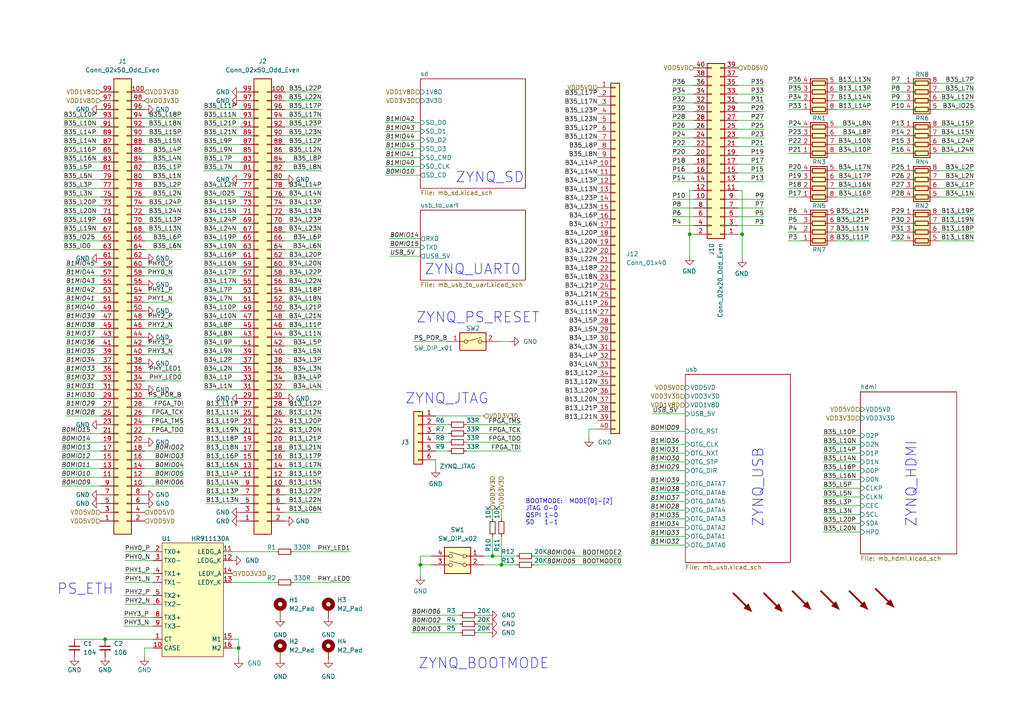
<source format=kicad_sch>
(kicad_sch (version 20211123) (generator eeschema)
  (paper "A4")
  (junction (at 30.48 185.42))
  (junction (at 142.875 161.29))
  (junction (at 145.415 163.83))
  (junction (at 215.265 67.945))
  (junction (at 200.025 67.945))
  (junction (at 69.215 187.96))
  (junction (at 121.92 163.83))
  (wire (pts (xy 142.875 161.29) (xy 149.86 161.29)))
  (wire (pts (xy 17.78 125.73) (xy 29.21 125.73)))
  (wire (pts (xy 188.595 125.095) (xy 198.755 125.095)))
  (wire (pts (xy 228.6 39.37) (xy 232.41 39.37)))
  (wire (pts (xy 113.03 71.755) (xy 121.92 71.755)))
  (wire (pts (xy 69.85 74.93) (xy 59.055 74.93)))
  (wire (pts (xy 258.445 57.15) (xy 262.255 57.15)))
  (wire (pts (xy 221.615 57.785) (xy 213.995 57.785)))
  (wire (pts (xy 29.21 62.23) (xy 18.415 62.23)))
  (wire (pts (xy 142.875 147.955) (xy 142.875 150.495)))
  (wire (pts (xy 126.365 123.19) (xy 130.175 123.19)))
  (wire (pts (xy 67.31 185.42) (xy 69.215 185.42)))
  (wire (pts (xy 238.76 151.765) (xy 249.555 151.765)))
  (wire (pts (xy 44.45 172.72) (xy 36.195 172.72)))
  (wire (pts (xy 41.91 123.19) (xy 53.34 123.19)))
  (wire (pts (xy 189.23 120.015) (xy 198.755 120.015)))
  (wire (pts (xy 135.255 125.73) (xy 151.13 125.73)))
  (wire (pts (xy 41.91 72.39) (xy 52.705 72.39)))
  (wire (pts (xy 44.45 175.26) (xy 36.195 175.26)))
  (wire (pts (xy 69.85 140.97) (xy 59.69 140.97)))
  (wire (pts (xy 194.945 62.865) (xy 201.295 62.865)))
  (wire (pts (xy 44.45 166.37) (xy 36.195 166.37)))
  (wire (pts (xy 228.6 29.21) (xy 232.41 29.21)))
  (wire (pts (xy 252.73 52.07) (xy 242.57 52.07)))
  (wire (pts (xy 198.755 155.575) (xy 188.595 155.575)))
  (wire (pts (xy 194.945 32.385) (xy 201.295 32.385)))
  (wire (pts (xy 111.76 50.8) (xy 121.92 50.8)))
  (wire (pts (xy 194.945 37.465) (xy 201.295 37.465)))
  (wire (pts (xy 82.55 46.99) (xy 93.345 46.99)))
  (wire (pts (xy 17.78 130.81) (xy 29.21 130.81)))
  (wire (pts (xy 59.69 125.73) (xy 69.85 125.73)))
  (wire (pts (xy 82.55 140.97) (xy 93.345 140.97)))
  (wire (pts (xy 249.555 131.445) (xy 238.76 131.445)))
  (wire (pts (xy 41.91 125.73) (xy 53.34 125.73)))
  (wire (pts (xy 121.92 163.83) (xy 121.92 167.005)))
  (wire (pts (xy 59.69 120.65) (xy 69.85 120.65)))
  (wire (pts (xy 258.445 54.61) (xy 262.255 54.61)))
  (wire (pts (xy 29.21 49.53) (xy 18.415 49.53)))
  (wire (pts (xy 252.73 31.75) (xy 242.57 31.75)))
  (wire (pts (xy 221.615 47.625) (xy 213.995 47.625)))
  (wire (pts (xy 69.85 128.27) (xy 59.69 128.27)))
  (wire (pts (xy 113.03 74.295) (xy 121.92 74.295)))
  (wire (pts (xy 252.73 57.15) (xy 242.57 57.15)))
  (wire (pts (xy 82.55 80.01) (xy 93.345 80.01)))
  (wire (pts (xy 44.45 160.02) (xy 36.195 160.02)))
  (wire (pts (xy 69.85 34.29) (xy 59.055 34.29)))
  (wire (pts (xy 67.31 187.96) (xy 69.215 187.96)))
  (wire (pts (xy 228.6 24.13) (xy 232.41 24.13)))
  (wire (pts (xy 282.575 39.37) (xy 272.415 39.37)))
  (wire (pts (xy 29.21 120.65) (xy 19.05 120.65)))
  (wire (pts (xy 258.445 52.07) (xy 262.255 52.07)))
  (wire (pts (xy 82.55 92.71) (xy 93.345 92.71)))
  (wire (pts (xy 69.215 187.96) (xy 69.215 191.135)))
  (wire (pts (xy 69.85 90.17) (xy 59.055 90.17)))
  (wire (pts (xy 69.85 97.79) (xy 59.055 97.79)))
  (wire (pts (xy 228.6 44.45) (xy 232.41 44.45)))
  (wire (pts (xy 69.85 77.47) (xy 59.055 77.47)))
  (wire (pts (xy 221.615 45.085) (xy 213.995 45.085)))
  (wire (pts (xy 221.615 60.325) (xy 213.995 60.325)))
  (wire (pts (xy 282.575 69.85) (xy 272.415 69.85)))
  (wire (pts (xy 69.85 69.85) (xy 59.055 69.85)))
  (wire (pts (xy 41.91 49.53) (xy 52.705 49.53)))
  (wire (pts (xy 29.21 44.45) (xy 18.415 44.45)))
  (wire (pts (xy 249.555 144.145) (xy 238.76 144.145)))
  (wire (pts (xy 228.6 62.23) (xy 232.41 62.23)))
  (wire (pts (xy 41.91 54.61) (xy 52.705 54.61)))
  (wire (pts (xy 258.445 41.91) (xy 262.255 41.91)))
  (wire (pts (xy 69.85 100.33) (xy 59.055 100.33)))
  (wire (pts (xy 198.755 133.985) (xy 188.595 133.985)))
  (wire (pts (xy 41.91 95.25) (xy 50.165 95.25)))
  (wire (pts (xy 29.21 110.49) (xy 19.05 110.49)))
  (wire (pts (xy 119.38 180.975) (xy 133.35 180.975)))
  (wire (pts (xy 69.85 110.49) (xy 59.055 110.49)))
  (wire (pts (xy 111.76 45.72) (xy 121.92 45.72)))
  (wire (pts (xy 228.6 26.67) (xy 232.41 26.67)))
  (wire (pts (xy 119.38 183.515) (xy 133.35 183.515)))
  (wire (pts (xy 111.76 38.1) (xy 121.92 38.1)))
  (wire (pts (xy 228.6 54.61) (xy 232.41 54.61)))
  (wire (pts (xy 221.615 32.385) (xy 213.995 32.385)))
  (wire (pts (xy 69.85 85.09) (xy 59.055 85.09)))
  (wire (pts (xy 21.59 185.42) (xy 30.48 185.42)))
  (wire (pts (xy 82.55 29.21) (xy 93.345 29.21)))
  (wire (pts (xy 41.91 110.49) (xy 52.705 110.49)))
  (wire (pts (xy 215.265 74.93) (xy 215.265 67.945)))
  (wire (pts (xy 282.575 49.53) (xy 272.415 49.53)))
  (wire (pts (xy 221.615 37.465) (xy 213.995 37.465)))
  (wire (pts (xy 249.555 141.605) (xy 238.76 141.605)))
  (wire (pts (xy 29.21 54.61) (xy 18.415 54.61)))
  (wire (pts (xy 282.575 26.67) (xy 272.415 26.67)))
  (wire (pts (xy 69.85 143.51) (xy 59.69 143.51)))
  (wire (pts (xy 221.615 40.005) (xy 213.995 40.005)))
  (wire (pts (xy 82.55 110.49) (xy 93.345 110.49)))
  (wire (pts (xy 138.43 180.975) (xy 141.605 180.975)))
  (wire (pts (xy 126.365 130.81) (xy 130.175 130.81)))
  (wire (pts (xy 29.21 52.07) (xy 18.415 52.07)))
  (wire (pts (xy 35.903 179.07) (xy 44.45 179.07)))
  (wire (pts (xy 252.73 41.91) (xy 242.57 41.91)))
  (wire (pts (xy 126.365 125.73) (xy 130.175 125.73)))
  (wire (pts (xy 126.365 120.65) (xy 140.335 120.65)))
  (wire (pts (xy 35.903 181.61) (xy 44.45 181.61)))
  (wire (pts (xy 41.91 34.29) (xy 52.705 34.29)))
  (wire (pts (xy 82.55 67.31) (xy 93.345 67.31)))
  (wire (pts (xy 69.85 31.75) (xy 59.055 31.75)))
  (wire (pts (xy 258.445 39.37) (xy 262.255 39.37)))
  (wire (pts (xy 41.91 36.83) (xy 52.705 36.83)))
  (wire (pts (xy 82.55 82.55) (xy 93.345 82.55)))
  (wire (pts (xy 282.575 31.75) (xy 272.415 31.75)))
  (wire (pts (xy 198.755 147.955) (xy 188.595 147.955)))
  (wire (pts (xy 258.445 62.23) (xy 262.255 62.23)))
  (wire (pts (xy 145.415 147.955) (xy 145.415 150.495)))
  (wire (pts (xy 249.555 128.905) (xy 238.76 128.905)))
  (wire (pts (xy 252.73 54.61) (xy 242.57 54.61)))
  (wire (pts (xy 69.85 107.95) (xy 59.055 107.95)))
  (wire (pts (xy 82.55 39.37) (xy 93.345 39.37)))
  (wire (pts (xy 194.945 47.625) (xy 201.295 47.625)))
  (wire (pts (xy 252.73 36.83) (xy 242.57 36.83)))
  (wire (pts (xy 29.21 82.55) (xy 19.05 82.55)))
  (wire (pts (xy 53.34 140.97) (xy 41.91 140.97)))
  (wire (pts (xy 41.91 69.85) (xy 52.705 69.85)))
  (wire (pts (xy 69.85 62.23) (xy 59.055 62.23)))
  (wire (pts (xy 69.85 118.11) (xy 59.69 118.11)))
  (wire (pts (xy 215.265 67.945) (xy 213.995 67.945)))
  (wire (pts (xy 282.575 24.13) (xy 272.415 24.13)))
  (wire (pts (xy 194.945 34.925) (xy 201.295 34.925)))
  (wire (pts (xy 53.34 135.89) (xy 41.91 135.89)))
  (wire (pts (xy 258.445 24.13) (xy 262.255 24.13)))
  (wire (pts (xy 221.615 42.545) (xy 213.995 42.545)))
  (wire (pts (xy 282.575 29.21) (xy 272.415 29.21)))
  (wire (pts (xy 228.6 52.07) (xy 232.41 52.07)))
  (wire (pts (xy 145.415 163.83) (xy 149.86 163.83)))
  (wire (pts (xy 252.095 67.31) (xy 242.57 67.31)))
  (wire (pts (xy 249.555 133.985) (xy 238.76 133.985)))
  (wire (pts (xy 41.91 62.23) (xy 52.705 62.23)))
  (wire (pts (xy 258.445 36.83) (xy 262.255 36.83)))
  (wire (pts (xy 249.555 136.525) (xy 238.76 136.525)))
  (wire (pts (xy 258.445 49.53) (xy 262.255 49.53)))
  (wire (pts (xy 198.755 158.115) (xy 188.595 158.115)))
  (wire (pts (xy 228.6 49.53) (xy 232.41 49.53)))
  (wire (pts (xy 44.45 162.56) (xy 36.195 162.56)))
  (wire (pts (xy 17.78 140.97) (xy 29.21 140.97)))
  (wire (pts (xy 29.21 85.09) (xy 19.05 85.09)))
  (wire (pts (xy 41.91 102.87) (xy 50.165 102.87)))
  (wire (pts (xy 29.21 92.71) (xy 19.05 92.71)))
  (wire (pts (xy 252.73 44.45) (xy 242.57 44.45)))
  (wire (pts (xy 201.295 57.785) (xy 194.945 57.785)))
  (wire (pts (xy 82.55 49.53) (xy 93.345 49.53)))
  (wire (pts (xy 53.34 138.43) (xy 41.91 138.43)))
  (wire (pts (xy 198.755 145.415) (xy 188.595 145.415)))
  (wire (pts (xy 59.055 57.15) (xy 69.85 57.15)))
  (wire (pts (xy 252.095 62.23) (xy 242.57 62.23)))
  (wire (pts (xy 282.575 57.15) (xy 272.415 57.15)))
  (wire (pts (xy 69.85 95.25) (xy 59.055 95.25)))
  (wire (pts (xy 29.21 64.77) (xy 18.415 64.77)))
  (wire (pts (xy 85.09 160.02) (xy 101.6 160.02)))
  (wire (pts (xy 82.55 41.91) (xy 93.345 41.91)))
  (wire (pts (xy 200.025 67.945) (xy 201.295 67.945)))
  (wire (pts (xy 138.43 183.515) (xy 141.605 183.515)))
  (wire (pts (xy 140.335 161.29) (xy 142.875 161.29)))
  (wire (pts (xy 228.6 41.91) (xy 232.41 41.91)))
  (wire (pts (xy 198.755 136.525) (xy 188.595 136.525)))
  (wire (pts (xy 82.55 105.41) (xy 93.345 105.41)))
  (wire (pts (xy 282.575 52.07) (xy 272.415 52.07)))
  (wire (pts (xy 53.34 133.35) (xy 41.91 133.35)))
  (wire (pts (xy 120.015 99.06) (xy 129.54 99.06)))
  (wire (pts (xy 41.91 46.99) (xy 52.705 46.99)))
  (wire (pts (xy 41.91 85.09) (xy 50.165 85.09)))
  (wire (pts (xy 82.55 133.35) (xy 93.345 133.35)))
  (wire (pts (xy 17.78 133.35) (xy 29.21 133.35)))
  (wire (pts (xy 82.55 146.05) (xy 93.345 146.05)))
  (wire (pts (xy 82.55 64.77) (xy 93.345 64.77)))
  (wire (pts (xy 29.21 87.63) (xy 19.05 87.63)))
  (wire (pts (xy 221.615 34.925) (xy 213.995 34.925)))
  (wire (pts (xy 221.615 29.845) (xy 213.995 29.845)))
  (wire (pts (xy 82.55 135.89) (xy 93.345 135.89)))
  (wire (pts (xy 82.55 97.79) (xy 93.345 97.79)))
  (wire (pts (xy 69.85 138.43) (xy 59.69 138.43)))
  (wire (pts (xy 29.21 113.03) (xy 19.05 113.03)))
  (wire (pts (xy 282.575 36.83) (xy 272.415 36.83)))
  (wire (pts (xy 201.295 55.245) (xy 200.025 55.245)))
  (wire (pts (xy 221.615 62.865) (xy 213.995 62.865)))
  (wire (pts (xy 252.095 69.85) (xy 242.57 69.85)))
  (wire (pts (xy 258.445 64.77) (xy 262.255 64.77)))
  (wire (pts (xy 221.615 52.705) (xy 213.995 52.705)))
  (wire (pts (xy 249.555 126.365) (xy 238.76 126.365)))
  (wire (pts (xy 69.85 87.63) (xy 59.055 87.63)))
  (wire (pts (xy 69.85 46.99) (xy 59.055 46.99)))
  (wire (pts (xy 17.78 128.27) (xy 29.21 128.27)))
  (wire (pts (xy 121.92 161.29) (xy 121.92 163.83)))
  (wire (pts (xy 82.55 74.93) (xy 93.345 74.93)))
  (wire (pts (xy 29.21 90.17) (xy 19.05 90.17)))
  (wire (pts (xy 170.815 124.46) (xy 170.815 127)))
  (wire (pts (xy 29.21 39.37) (xy 18.415 39.37)))
  (wire (pts (xy 82.55 138.43) (xy 93.345 138.43)))
  (wire (pts (xy 29.21 105.41) (xy 19.05 105.41)))
  (wire (pts (xy 82.55 36.83) (xy 93.345 36.83)))
  (wire (pts (xy 59.055 54.61) (xy 69.85 54.61)))
  (wire (pts (xy 126.365 133.35) (xy 126.365 135.89)))
  (wire (pts (xy 82.55 95.25) (xy 93.345 95.25)))
  (wire (pts (xy 69.85 80.01) (xy 59.055 80.01)))
  (wire (pts (xy 221.615 27.305) (xy 213.995 27.305)))
  (wire (pts (xy 29.21 97.79) (xy 19.05 97.79)))
  (wire (pts (xy 69.85 102.87) (xy 59.055 102.87)))
  (wire (pts (xy 82.55 148.59) (xy 93.345 148.59)))
  (wire (pts (xy 200.025 67.945) (xy 200.025 74.295)))
  (wire (pts (xy 41.91 52.07) (xy 52.705 52.07)))
  (wire (pts (xy 82.55 113.03) (xy 93.345 113.03)))
  (wire (pts (xy 69.85 64.77) (xy 59.055 64.77)))
  (wire (pts (xy 69.85 49.53) (xy 59.055 49.53)))
  (wire (pts (xy 252.73 49.53) (xy 242.57 49.53)))
  (wire (pts (xy 282.575 54.61) (xy 272.415 54.61)))
  (wire (pts (xy 221.615 65.405) (xy 213.995 65.405)))
  (wire (pts (xy 258.445 44.45) (xy 262.255 44.45)))
  (wire (pts (xy 69.85 59.69) (xy 59.055 59.69)))
  (wire (pts (xy 29.21 102.87) (xy 19.05 102.87)))
  (wire (pts (xy 228.6 64.77) (xy 232.41 64.77)))
  (wire (pts (xy 29.21 118.11) (xy 19.05 118.11)))
  (wire (pts (xy 41.91 77.47) (xy 50.165 77.47)))
  (wire (pts (xy 252.73 29.21) (xy 242.57 29.21)))
  (wire (pts (xy 17.78 138.43) (xy 29.21 138.43)))
  (wire (pts (xy 194.945 42.545) (xy 201.295 42.545)))
  (wire (pts (xy 238.76 146.685) (xy 249.555 146.685)))
  (wire (pts (xy 69.85 146.05) (xy 59.69 146.05)))
  (wire (pts (xy 29.21 46.99) (xy 18.415 46.99)))
  (wire (pts (xy 69.85 113.03) (xy 59.055 113.03)))
  (wire (pts (xy 69.215 185.42) (xy 69.215 187.96)))
  (wire (pts (xy 215.265 55.245) (xy 213.995 55.245)))
  (wire (pts (xy 69.85 92.71) (xy 59.055 92.71)))
  (wire (pts (xy 228.6 36.83) (xy 232.41 36.83)))
  (wire (pts (xy 69.85 82.55) (xy 59.055 82.55)))
  (wire (pts (xy 41.91 118.11) (xy 53.34 118.11)))
  (wire (pts (xy 144.78 99.06) (xy 147.955 99.06)))
  (wire (pts (xy 69.85 67.31) (xy 59.055 67.31)))
  (wire (pts (xy 82.55 34.29) (xy 93.345 34.29)))
  (wire (pts (xy 41.91 115.57) (xy 52.705 115.57)))
  (wire (pts (xy 17.78 135.89) (xy 29.21 135.89)))
  (wire (pts (xy 238.76 149.225) (xy 249.555 149.225)))
  (wire (pts (xy 282.575 62.23) (xy 272.415 62.23)))
  (wire (pts (xy 41.91 57.15) (xy 52.705 57.15)))
  (wire (pts (xy 145.415 155.575) (xy 145.415 163.83)))
  (wire (pts (xy 111.76 48.26) (xy 121.92 48.26)))
  (wire (pts (xy 282.575 44.45) (xy 272.415 44.45)))
  (wire (pts (xy 44.45 168.91) (xy 36.195 168.91)))
  (wire (pts (xy 53.34 130.81) (xy 41.91 130.81)))
  (wire (pts (xy 142.875 155.575) (xy 142.875 161.29)))
  (wire (pts (xy 135.255 128.27) (xy 151.13 128.27)))
  (wire (pts (xy 135.255 123.19) (xy 151.13 123.19)))
  (wire (pts (xy 82.55 77.47) (xy 93.345 77.47)))
  (wire (pts (xy 154.94 163.83) (xy 180.34 163.83)))
  (wire (pts (xy 29.21 57.15) (xy 18.415 57.15)))
  (wire (pts (xy 194.945 40.005) (xy 201.295 40.005)))
  (wire (pts (xy 82.55 125.73) (xy 93.345 125.73)))
  (wire (pts (xy 194.945 29.845) (xy 201.295 29.845)))
  (wire (pts (xy 194.945 24.765) (xy 201.295 24.765)))
  (wire (pts (xy 41.91 44.45) (xy 52.705 44.45)))
  (wire (pts (xy 194.945 27.305) (xy 201.295 27.305)))
  (wire (pts (xy 198.755 128.905) (xy 188.595 128.905)))
  (wire (pts (xy 198.755 150.495) (xy 188.595 150.495)))
  (wire (pts (xy 69.85 44.45) (xy 59.055 44.45)))
  (wire (pts (xy 85.09 168.91) (xy 101.6 168.91)))
  (wire (pts (xy 82.55 62.23) (xy 93.345 62.23)))
  (wire (pts (xy 252.095 64.77) (xy 242.57 64.77)))
  (wire (pts (xy 82.55 44.45) (xy 93.345 44.45)))
  (wire (pts (xy 213.995 24.765) (xy 221.615 24.765)))
  (wire (pts (xy 41.91 107.95) (xy 52.705 107.95)))
  (wire (pts (xy 282.575 67.31) (xy 272.415 67.31)))
  (wire (pts (xy 69.85 36.83) (xy 59.055 36.83)))
  (wire (pts (xy 41.91 39.37) (xy 52.705 39.37)))
  (wire (pts (xy 113.03 69.215) (xy 121.92 69.215)))
  (wire (pts (xy 29.21 95.25) (xy 19.05 95.25)))
  (wire (pts (xy 258.445 67.31) (xy 262.255 67.31)))
  (wire (pts (xy 215.265 55.245) (xy 215.265 67.945)))
  (wire (pts (xy 119.38 178.435) (xy 133.35 178.435)))
  (wire (pts (xy 29.21 67.31) (xy 18.415 67.31)))
  (wire (pts (xy 140.335 163.83) (xy 145.415 163.83)))
  (wire (pts (xy 69.85 41.91) (xy 59.055 41.91)))
  (wire (pts (xy 198.755 131.445) (xy 188.595 131.445)))
  (wire (pts (xy 282.575 41.91) (xy 272.415 41.91)))
  (wire (pts (xy 41.91 87.63) (xy 50.165 87.63)))
  (wire (pts (xy 44.45 187.96) (xy 41.91 187.96)))
  (wire (pts (xy 82.55 72.39) (xy 93.345 72.39)))
  (wire (pts (xy 69.85 123.19) (xy 59.69 123.19)))
  (wire (pts (xy 41.91 64.77) (xy 52.705 64.77)))
  (wire (pts (xy 121.92 163.83) (xy 125.095 163.83)))
  (wire (pts (xy 194.945 52.705) (xy 201.295 52.705)))
  (wire (pts (xy 111.76 40.64) (xy 121.92 40.64)))
  (wire (pts (xy 135.255 130.81) (xy 151.13 130.81)))
  (wire (pts (xy 69.85 39.37) (xy 59.055 39.37)))
  (wire (pts (xy 30.48 185.42) (xy 44.45 185.42)))
  (wire (pts (xy 82.55 100.33) (xy 93.345 100.33)))
  (wire (pts (xy 228.6 69.85) (xy 232.41 69.85)))
  (wire (pts (xy 194.945 65.405) (xy 201.295 65.405)))
  (wire (pts (xy 200.025 55.245) (xy 200.025 67.945)))
  (wire (pts (xy 125.095 161.29) (xy 121.92 161.29)))
  (wire (pts (xy 41.91 100.33) (xy 50.165 100.33)))
  (wire (pts (xy 194.945 60.325) (xy 201.295 60.325)))
  (wire (pts (xy 221.615 50.165) (xy 213.995 50.165)))
  (wire (pts (xy 198.755 140.335) (xy 188.595 140.335)))
  (wire (pts (xy 67.31 160.02) (xy 80.01 160.02)))
  (wire (pts (xy 82.55 85.09) (xy 93.345 85.09)))
  (wire (pts (xy 194.945 45.085) (xy 201.295 45.085)))
  (wire (pts (xy 69.85 72.39) (xy 59.055 72.39)))
  (wire (pts (xy 82.55 130.81) (xy 93.345 130.81)))
  (wire (pts (xy 41.91 67.31) (xy 52.705 67.31)))
  (wire (pts (xy 82.55 57.15) (xy 93.345 57.15)))
  (wire (pts (xy 126.365 128.27) (xy 130.175 128.27)))
  (wire (pts (xy 228.6 67.31) (xy 232.41 67.31)))
  (wire (pts (xy 228.6 57.15) (xy 232.41 57.15)))
  (wire (pts (xy 18.415 72.39) (xy 29.21 72.39)))
  (wire (pts (xy 198.755 153.035) (xy 188.595 153.035)))
  (wire (pts (xy 249.555 139.065) (xy 238.76 139.065)))
  (wire (pts (xy 82.55 107.95) (xy 93.345 107.95)))
  (wire (pts (xy 18.415 69.85) (xy 29.21 69.85)))
  (wire (pts (xy 82.55 69.85) (xy 93.345 69.85)))
  (wire (pts (xy 69.85 135.89) (xy 59.69 135.89)))
  (wire (pts (xy 69.85 130.81) (xy 59.69 130.81)))
  (wire (pts (xy 82.55 31.75) (xy 93.345 31.75)))
  (wire (pts (xy 82.55 87.63) (xy 93.345 87.63)))
  (wire (pts (xy 29.21 34.29) (xy 18.415 34.29)))
  (wire (pts (xy 41.91 92.71) (xy 50.165 92.71)))
  (wire (pts (xy 82.55 123.19) (xy 93.345 123.19)))
  (wire (pts (xy 173.355 124.46) (xy 170.815 124.46)))
  (wire (pts (xy 41.91 80.01) (xy 50.165 80.01)))
  (wire (pts (xy 82.55 26.67) (xy 93.345 26.67)))
  (wire (pts (xy 29.21 36.83) (xy 18.415 36.83)))
  (wire (pts (xy 258.445 69.85) (xy 262.255 69.85)))
  (wire (pts (xy 82.55 59.69) (xy 93.345 59.69)))
  (wire (pts (xy 29.21 115.57) (xy 19.05 115.57)))
  (wire (pts (xy 29.21 80.01) (xy 19.05 80.01)))
  (wire (pts (xy 29.21 59.69) (xy 18.415 59.69)))
  (wire (pts (xy 154.94 161.29) (xy 180.34 161.29)))
  (wire (pts (xy 41.91 120.65) (xy 53.34 120.65)))
  (wire (pts (xy 228.6 31.75) (xy 232.41 31.75)))
  (wire (pts (xy 238.76 154.305) (xy 249.555 154.305)))
  (wire (pts (xy 29.21 100.33) (xy 19.05 100.33)))
  (wire (pts (xy 69.85 133.35) (xy 59.69 133.35)))
  (wire (pts (xy 41.91 187.96) (xy 41.91 190.5)))
  (wire (pts (xy 82.55 54.61) (xy 93.345 54.61)))
  (wire (pts (xy 41.91 41.91) (xy 52.705 41.91)))
  (wire (pts (xy 111.76 35.56) (xy 121.92 35.56)))
  (wire (pts (xy 252.73 39.37) (xy 242.57 39.37)))
  (wire (pts (xy 29.21 41.91) (xy 18.415 41.91)))
  (wire (pts (xy 111.76 43.18) (xy 121.92 43.18)))
  (wire (pts (xy 82.55 118.11) (xy 93.345 118.11)))
  (wire (pts (xy 282.575 64.77) (xy 272.415 64.77)))
  (wire (pts (xy 67.31 168.91) (xy 80.01 168.91)))
  (wire (pts (xy 258.445 29.21) (xy 262.255 29.21)))
  (wire (pts (xy 29.21 77.47) (xy 19.05 77.47)))
  (wire (pts (xy 82.55 90.17) (xy 93.345 90.17)))
  (wire (pts (xy 82.55 128.27) (xy 93.345 128.27)))
  (wire (pts (xy 258.445 31.75) (xy 262.255 31.75)))
  (wire (pts (xy 41.91 59.69) (xy 52.705 59.69)))
  (wire (pts (xy 258.445 26.67) (xy 262.255 26.67)))
  (wire (pts (xy 194.945 50.165) (xy 201.295 50.165)))
  (wire (pts (xy 252.73 26.67) (xy 242.57 26.67)))
  (wire (pts (xy 69.85 105.41) (xy 59.055 105.41)))
  (wire (pts (xy 198.755 142.875) (xy 188.595 142.875)))
  (wire (pts (xy 82.55 102.87) (xy 93.345 102.87)))
  (wire (pts (xy 82.55 120.65) (xy 93.345 120.65)))
  (wire (pts (xy 82.55 143.51) (xy 93.345 143.51)))
  (wire (pts (xy 29.21 107.95) (xy 19.05 107.95)))
  (wire (pts (xy 252.73 24.13) (xy 242.57 24.13)))
  (wire (pts (xy 138.43 178.435) (xy 141.605 178.435)))
  (text "ZYNQ_USB\n" (at 221.615 153.035 90) (effects (font (size 3 3)) (justify left bottom)))
  (text "PS_ETH" (at 16.51 172.72 0) (effects (font (size 3 3)) (justify left bottom)))
  (text "ZYNQ_HDMI\n" (at 266.065 153.035 90) (effects (font (size 3 3)) (justify left bottom)))
  (text "ZYNQ_SD\n" (at 132.08 53.34 0) (effects (font (size 3 3)) (justify left bottom)))
  (text "ZYNQ_UART0\n" (at 151.13 80.01 180) (effects (font (size 3 3)) (justify right bottom)))
  (text "ZYNQ_PS_RESET\n" (at 120.65 93.98 0) (effects (font (size 3 3)) (justify left bottom)))
  (text "ZYNQ_BOOTMODE" (at 121.285 194.31 0) (effects (font (size 3 3)) (justify left bottom)))
  (text "BOOTMODE:  MODE[0]-[2]\nJTAG 0-0\nQSPI 1-0\nSD   1-1" (at 152.4 152.4 0) (effects (font (size 1.27 1.27)) (justify left bottom)))
  (text "ZYNQ_JTAG" (at 117.475 117.475 0) (effects (font (size 3 3)) (justify left bottom)))
  (label "B35_L10P" (at 18.415 34.29 0))
  (label "P18" (at 194.945 47.625 0))
  (label "B35_L12P" (at 173.355 38.1 180))
  (label "B35_L15N" (at 52.705 41.91 180))
  (label "B34_L5P" (at 93.345 100.33 180))
  (label "B1MIO31" (at 188.595 131.445 0) (effects (font italic)))
  (label "B34_L1P" (at 282.575 54.61 180))
  (label "BOOTMODE2" (at 180.34 161.29 180))
  (label "B34_L7P" (at 59.055 85.09 0))
  (label "B34_L1N" (at 282.575 57.15 180))
  (label "B35_L4P" (at 52.705 44.45 180))
  (label "B34_L19N" (at 59.055 72.39 0))
  (label "B35_L23P" (at 173.355 33.02 180))
  (label "B35_L7N" (at 59.055 49.53 0))
  (label "PHY3_N" (at 35.903 181.61 0))
  (label "B34_L18P" (at 93.345 85.09 180))
  (label "B13_L14N" (at 59.69 140.97 0))
  (label "B35_IO25" (at 18.415 69.85 0))
  (label "B13_L18P" (at 59.69 128.27 0))
  (label "B1MIO38" (at 19.05 95.25 0) (effects (font italic)))
  (label "P31" (at 221.615 29.845 180))
  (label "B34_L3P" (at 173.355 99.06 180))
  (label "P4" (at 228.6 67.31 0))
  (label "B34_L4N" (at 93.345 113.03 180))
  (label "B34_L2N" (at 282.575 52.07 180))
  (label "B35_L14P" (at 238.76 131.445 0))
  (label "B13_L20N" (at 173.355 116.84 180))
  (label "P14" (at 194.945 52.705 0))
  (label "B13_L12N" (at 173.355 111.76 180))
  (label "FPGA_TMS" (at 53.34 123.19 180))
  (label "B35_L20N" (at 18.415 62.23 0))
  (label "PS_POR_B" (at 52.705 115.57 180))
  (label "PHY1_N" (at 36.195 168.91 0))
  (label "PHY0_N" (at 50.165 80.01 180))
  (label "B34_L8N" (at 252.73 36.83 180))
  (label "B34_L16P" (at 252.73 57.15 180))
  (label "B34_L12N" (at 59.055 54.61 0))
  (label "B1MIO37" (at 19.05 97.79 0) (effects (font italic)))
  (label "P26" (at 194.945 37.465 0))
  (label "B34_L3P" (at 93.345 105.41 180))
  (label "B35_L1N" (at 52.705 52.07 180))
  (label "B1MIO28" (at 19.05 120.65 0) (effects (font italic)))
  (label "B34_L16N" (at 252.73 54.61 180))
  (label "B34_L22N" (at 93.345 82.55 180))
  (label "B13_L20N" (at 93.345 125.73 180))
  (label "B34_L20P" (at 173.355 68.58 180))
  (label "PHY_LED0" (at 52.705 110.49 180))
  (label "B34_L4P" (at 173.355 104.14 180))
  (label "FPGA_TMS" (at 151.13 123.19 180))
  (label "B34_L8P" (at 252.73 39.37 180))
  (label "B13_L11N" (at 59.69 120.65 0))
  (label "B34_L13N" (at 173.355 55.88 180))
  (label "B1MIO45" (at 111.76 43.18 0) (effects (font italic)))
  (label "B0MIO12" (at 17.78 133.35 0) (effects (font italic)))
  (label "B1MIO40" (at 111.76 48.26 0) (effects (font italic)))
  (label "B34_L11P" (at 93.345 95.25 180))
  (label "B35_L10N" (at 238.76 128.905 0))
  (label "B13_L19N" (at 282.575 64.77 180))
  (label "B35_L21N" (at 59.055 39.37 0))
  (label "USB_5V" (at 189.23 120.015 0) (effects (font italic)))
  (label "B34_L12N" (at 282.575 29.21 180))
  (label "B0MIO03" (at 119.38 183.515 0) (effects (font italic)))
  (label "B35_L7N" (at 282.575 26.67 180))
  (label "B34_L21P" (at 173.355 83.82 180))
  (label "PHY3_P" (at 50.165 100.33 180))
  (label "B13_L21N" (at 93.345 130.81 180))
  (label "P8" (at 194.945 60.325 0))
  (label "B34_L17P" (at 59.055 80.01 0))
  (label "P36" (at 228.6 24.13 0))
  (label "P34" (at 228.6 29.21 0))
  (label "B13_L19N" (at 59.69 125.73 0))
  (label "B35_L21P" (at 252.095 64.77 180))
  (label "P4" (at 194.945 65.405 0))
  (label "B35_L19P" (at 18.415 64.77 0))
  (label "B13_L13N" (at 252.73 24.13 180))
  (label "B0MIO15" (at 17.78 125.73 0) (effects (font italic)))
  (label "P15" (at 258.445 41.91 0))
  (label "B0MIO11" (at 17.78 135.89 0) (effects (font italic)))
  (label "B1MIO42" (at 111.76 35.56 0) (effects (font italic)))
  (label "B35_L23N" (at 93.345 39.37 180))
  (label "P32" (at 194.945 29.845 0))
  (label "B35_L4N" (at 52.705 46.99 180))
  (label "B13_L12N" (at 93.345 120.65 180))
  (label "PHY1_P" (at 36.195 166.37 0))
  (label "B35_L17N" (at 173.355 30.48 180))
  (label "B34_L17P" (at 252.73 52.07 180))
  (label "B13_L18N" (at 282.575 69.85 180))
  (label "P33" (at 228.6 31.75 0))
  (label "B35_L23N" (at 173.355 35.56 180))
  (label "B13_L20P" (at 93.345 123.19 180))
  (label "B1MIO30" (at 19.05 115.57 0) (effects (font italic)))
  (label "B35_L20P" (at 18.415 59.69 0))
  (label "B35_L20P" (at 238.76 151.765 0))
  (label "B1MIO39" (at 19.05 92.71 0) (effects (font italic)))
  (label "B1MIO41" (at 19.05 87.63 0) (effects (font italic)))
  (label "B13_L13P" (at 59.69 143.51 0))
  (label "B35_L20N" (at 238.76 154.305 0))
  (label "B1MIO30" (at 188.595 133.985 0) (effects (font italic)))
  (label "P5" (at 228.6 64.77 0))
  (label "B34_L20N" (at 93.345 77.47 180))
  (label "B1MIO39" (at 188.595 140.335 0) (effects (font italic)))
  (label "B35_L11P" (at 59.055 31.75 0))
  (label "PHY1_N" (at 50.165 87.63 180))
  (label "B13_L11P" (at 59.69 118.11 0))
  (label "P31" (at 258.445 67.31 0))
  (label "B34_L4P" (at 93.345 110.49 180))
  (label "B13_L14N" (at 252.73 29.21 180))
  (label "B1MIO35" (at 188.595 150.495 0) (effects (font italic)))
  (label "B1MIO33" (at 188.595 155.575 0) (effects (font italic)))
  (label "P36" (at 194.945 24.765 0))
  (label "B13_L21P" (at 93.345 128.27 180))
  (label "B35_L1P" (at 52.705 49.53 180))
  (label "B34_L21N" (at 173.355 86.36 180))
  (label "B34_L21P" (at 93.345 90.17 180))
  (label "B1MIO44" (at 19.05 80.01 0) (effects (font italic)))
  (label "P17" (at 221.615 47.625 180))
  (label "B0MIO05" (at 53.34 138.43 180) (effects (font italic)))
  (label "P23" (at 221.615 40.005 180))
  (label "P22" (at 194.945 42.545 0))
  (label "B34_L5N" (at 173.355 96.52 180))
  (label "P17" (at 228.6 57.15 0))
  (label "B1MIO32" (at 188.595 158.115 0) (effects (font italic)))
  (label "B13_L12P" (at 173.355 109.22 180))
  (label "P21" (at 221.615 42.545 180))
  (label "B34_L20N" (at 173.355 71.12 180))
  (label "B34_L11N" (at 93.345 97.79 180))
  (label "P10" (at 194.945 57.785 0))
  (label "B34_L9P" (at 59.055 100.33 0))
  (label "B0MIO03" (at 53.34 133.35 180) (effects (font italic)))
  (label "B34_L21N" (at 93.345 92.71 180))
  (label "B0MIO10" (at 17.78 138.43 0) (effects (font italic)))
  (label "P25" (at 221.615 37.465 180))
  (label "P19" (at 221.615 45.085 180))
  (label "P9" (at 258.445 29.21 0))
  (label "B1MIO32" (at 19.05 110.49 0) (effects (font italic)))
  (label "B34_L14P" (at 93.345 54.61 180))
  (label "B34_L14N" (at 93.345 57.15 180))
  (label "B35_L6P" (at 52.705 69.85 180))
  (label "B34_L14P" (at 173.355 48.26 180))
  (label "B1MIO43" (at 111.76 38.1 0) (effects (font italic)))
  (label "B34_L3N" (at 93.345 107.95 180))
  (label "B34_L22N" (at 173.355 76.2 180))
  (label "B34_L17N" (at 59.055 82.55 0))
  (label "P14" (at 258.445 39.37 0))
  (label "P3" (at 221.615 65.405 180))
  (label "B34_L5N" (at 93.345 102.87 180))
  (label "B1MIO44" (at 111.76 40.64 0) (effects (font italic)))
  (label "B35_L24P" (at 52.705 59.69 180))
  (label "B34_L3N" (at 173.355 101.6 180))
  (label "B1MIO35" (at 19.05 102.87 0) (effects (font italic)))
  (label "B34_L8P" (at 59.055 95.25 0))
  (label "B1MIO36" (at 19.05 100.33 0) (effects (font italic)))
  (label "B35_L19N" (at 18.415 67.31 0))
  (label "P13" (at 221.615 52.705 180))
  (label "PHY1_P" (at 50.165 85.09 180))
  (label "B34_L15N" (at 282.575 39.37 180))
  (label "P6" (at 228.6 62.23 0))
  (label "B34_L13P" (at 93.345 59.69 180))
  (label "B34_L10N" (at 59.055 92.71 0))
  (label "B35_L3N" (at 18.415 57.15 0))
  (label "B13_L21P" (at 173.355 119.38 180))
  (label "B34_IO25" (at 59.055 57.15 0))
  (label "B34_L10P" (at 59.055 90.17 0))
  (label "B35_L13N" (at 52.705 67.31 180))
  (label "P5" (at 221.615 62.865 180))
  (label "B1MIO38" (at 188.595 142.875 0) (effects (font italic)))
  (label "P23" (at 228.6 39.37 0))
  (label "P29" (at 221.615 32.385 180))
  (label "B34_L11N" (at 173.355 91.44 180))
  (label "B34_L5P" (at 173.355 93.98 180))
  (label "B34_L6P" (at 93.345 69.85 180))
  (label "P26" (at 258.445 52.07 0))
  (label "P9" (at 221.615 57.785 180))
  (label "B0MIO14" (at 113.03 69.215 0) (effects (font italic)))
  (label "B0MIO15" (at 113.03 71.755 0) (effects (font italic)))
  (label "B34_L11P" (at 173.355 88.9 180))
  (label "B34_L15P" (at 59.055 59.69 0))
  (label "B13_L14P" (at 252.73 31.75 180))
  (label "B35_L11P" (at 252.095 69.85 180))
  (label "B35_L17P" (at 93.345 31.75 180))
  (label "BOOTMODE0" (at 180.34 163.83 180))
  (label "B34_L19P" (at 59.055 69.85 0))
  (label "B35_L5P" (at 238.76 141.605 0))
  (label "B35_L12N" (at 173.355 40.64 180))
  (label "B34_L13P" (at 173.355 53.34 180))
  (label "B35_L6N" (at 52.705 72.39 180))
  (label "B0MIO10" (at 111.76 50.8 0) (effects (font italic)))
  (label "PHY0_N" (at 36.195 162.56 0))
  (label "P29" (at 258.445 62.23 0))
  (label "B34_L22P" (at 93.345 80.01 180))
  (label "B0MIO04" (at 53.34 135.89 180) (effects (font italic)))
  (label "B13_L06N" (at 93.345 148.59 180))
  (label "B35_L7P" (at 282.575 24.13 180))
  (label "B35_L24N" (at 52.705 62.23 180))
  (label "B1MIO43" (at 19.05 82.55 0) (effects (font italic)))
  (label "B13_L19P" (at 59.69 123.19 0))
  (label "B13_L18P" (at 282.575 67.31 180))
  (label "B0MIO09" (at 17.78 140.97 0) (effects (font italic)))
  (label "B35_L10N" (at 18.415 36.83 0))
  (label "B13_L14P" (at 59.69 138.43 0))
  (label "B34_L1N" (at 59.055 113.03 0))
  (label "PHY2_P" (at 50.165 92.71 180))
  (label "B13_L21N" (at 173.355 121.92 180))
  (label "B34_L18N" (at 93.345 87.63 180))
  (label "B34_L2P" (at 59.055 105.41 0))
  (label "B35_L17P" (at 173.355 27.94 180))
  (label "PHY0_P" (at 50.165 77.47 180))
  (label "B0MIO02" (at 119.38 180.975 0) (effects (font italic)))
  (label "B34_L10N" (at 252.73 41.91 180))
  (label "B35_L7P" (at 59.055 46.99 0))
  (label "B0MIO13" (at 17.78 130.81 0) (effects (font italic)))
  (label "B34_L1P" (at 59.055 110.49 0))
  (label "B35_L16P" (at 18.415 44.45 0))
  (label "B35_L3P" (at 238.76 146.685 0))
  (label "USB_5V" (at 113.03 74.295 0) (effects (font italic)))
  (label "FPGA_TDI" (at 53.34 118.11 180))
  (label "B0MIO05" (at 167.005 163.83 180) (effects (font italic)))
  (label "PHY3_P" (at 35.903 179.07 0))
  (label "B34_L6P" (at 173.355 63.5 180))
  (label "B1MIO34" (at 19.05 105.41 0) (effects (font italic)))
  (label "B35_IO0" (at 18.415 72.39 0))
  (label "B34_L23P" (at 93.345 64.77 180))
  (label "B35_L5N" (at 238.76 144.145 0))
  (label "P24" (at 228.6 36.83 0))
  (label "B0MIO14" (at 17.78 128.27 0) (effects (font italic)))
  (label "B1MIO45" (at 19.05 77.47 0) (effects (font italic)))
  (label "P24" (at 194.945 40.005 0))
  (label "B34_L15P" (at 282.575 36.83 180))
  (label "P28" (at 194.945 34.925 0))
  (label "B34_L2N" (at 59.055 107.95 0))
  (label "B1MIO31" (at 19.05 113.03 0) (effects (font italic)))
  (label "PHY2_N" (at 36.195 175.26 0))
  (label "B34_L4N" (at 173.355 106.68 180))
  (label "B34_IO25" (at 282.575 31.75 180))
  (label "B13_L20P" (at 173.355 114.3 180))
  (label "B0MIO04" (at 167.005 161.29 180) (effects (font italic)))
  (label "B35_L11N" (at 252.095 67.31 180))
  (label "B35_L13P" (at 52.705 64.77 180))
  (label "B1MIO29" (at 188.595 136.525 0) (effects (font italic)))
  (label "B35_L8P" (at 93.345 46.99 180))
  (label "P13" (at 258.445 36.83 0))
  (label "B35_L23P" (at 93.345 36.83 180))
  (label "PHY2_N" (at 50.165 95.25 180))
  (label "B34_L17N" (at 252.73 49.53 180))
  (label "B34_L18N" (at 173.355 81.28 180))
  (label "B34_L24N" (at 282.575 44.45 180))
  (label "B35_L22N" (at 93.345 29.21 180))
  (label "B35_L5N" (at 18.415 52.07 0))
  (label "B34_L6N" (at 173.355 66.04 180))
  (label "B35_L16N" (at 238.76 139.065 0))
  (label "B13_L17N" (at 93.345 135.89 180))
  (label "B34_L13N" (at 93.345 62.23 180))
  (label "B13_L19P" (at 282.575 62.23 180))
  (label "FPGA_TDI" (at 151.13 130.81 180))
  (label "B35_L18N" (at 52.705 36.83 180))
  (label "B34_L20P" (at 93.345 74.93 180))
  (label "B1MIO41" (at 111.76 45.72 0) (effects (font italic)))
  (label "B35_L10P" (at 238.76 126.365 0))
  (label "B35_L17N" (at 93.345 34.29 180))
  (label "B34_L24N" (at 59.055 67.31 0))
  (label "P15" (at 221.615 50.165 180))
  (label "B13_L17P" (at 93.345 133.35 180))
  (label "P27" (at 221.615 34.925 180))
  (label "B1MIO28" (at 188.595 147.955 0) (effects (font italic)))
  (label "P30" (at 258.445 64.77 0))
  (label "B35_L12P" (at 93.345 41.91 180))
  (label "P16" (at 258.445 44.45 0))
  (label "B35_L5P" (at 18.415 49.53 0))
  (label "P20" (at 194.945 45.085 0))
  (label "B13_L16N" (at 59.69 135.89 0))
  (label "P6" (at 194.945 62.865 0))
  (label "B34_L23N" (at 173.355 60.96 180))
  (label "B34_L10P" (at 252.73 44.45 180))
  (label "B34_L18P" (at 173.355 78.74 180))
  (label "PS_POR_B" (at 120.015 99.06 0))
  (label "P20" (at 228.6 49.53 0))
  (label "P19" (at 228.6 52.07 0))
  (label "B35_L9P" (at 59.055 41.91 0))
  (label "PHY_LED0" (at 101.6 168.91 180))
  (label "P7" (at 221.615 60.325 180))
  (label "FPGA_TCK" (at 151.13 125.73 180))
  (label "B1MIO34" (at 188.595 153.035 0) (effects (font italic)))
  (label "B1MIO37" (at 188.595 145.415 0) (effects (font italic)))
  (label "B1MIO42" (at 19.05 85.09 0) (effects (font italic)))
  (label "P32" (at 258.445 69.85 0))
  (label "B34_L16P" (at 59.055 74.93 0))
  (label "B34_L23P" (at 173.355 58.42 180))
  (label "B35_L11N" (at 59.055 34.29 0))
  (label "PHY0_P" (at 36.195 160.02 0))
  (label "B35_L16P" (at 238.76 136.525 0))
  (label "B13_L22N" (at 93.345 146.05 180))
  (label "B34_L6N" (at 93.345 72.39 180))
  (label "FPGA_TDO" (at 151.13 128.27 180))
  (label "PHY3_N" (at 50.165 102.87 180))
  (label "B0MIO02" (at 53.34 130.81 180) (effects (font italic)))
  (label "P35" (at 228.6 26.67 0))
  (label "B35_L18P" (at 52.705 34.29 180))
  (label "P22" (at 228.6 41.91 0))
  (label "B13_L15P" (at 93.345 138.43 180))
  (label "B1MIO36" (at 188.595 128.905 0) (effects (font italic)))
  (label "B35_L2P" (at 52.705 54.61 180))
  (label "P34" (at 194.945 27.305 0))
  (label "B34_L2P" (at 282.575 49.53 180))
  (label "B35_L2N" (at 52.705 57.15 180))
  (label "B34_L9N" (at 59.055 102.87 0))
  (label "B34_L22P" (at 173.355 73.66 180))
  (label "B34_L16N" (at 59.055 77.47 0))
  (label "B1MIO40" (at 19.05 90.17 0) (effects (font italic)))
  (label "P27" (at 258.445 54.61 0))
  (label "P21" (at 228.6 44.45 0))
  (label "B35_L22P" (at 93.345 26.67 180))
  (label "B35_L21P" (at 59.055 36.83 0))
  (label "B0MIO06" (at 119.38 178.435 0) (effects (font italic)))
  (label "B35_L12N" (at 93.345 44.45 180))
  (label "B35_L16N" (at 18.415 46.99 0))
  (label "P10" (at 258.445 31.75 0))
  (label "B13_L22P" (at 93.345 143.51 180))
  (label "P7" (at 258.445 24.13 0))
  (label "B35_L8N" (at 173.355 45.72 180))
  (label "P28" (at 258.445 57.15 0))
  (label "B35_L14N" (at 18.415 41.91 0))
  (label "B1MIO29" (at 19.05 118.11 0) (effects (font italic)))
  (label "B13_L15N" (at 93.345 140.97 180))
  (label "B1MIO33" (at 19.05 107.95 0) (effects (font italic)))
  (label "B35_L3N" (at 238.76 149.225 0))
  (label "PHY2_P" (at 36.195 172.72 0))
  (label "B34_L7N" (at 59.055 87.63 0))
  (label "B0MIO09" (at 188.595 125.095 0) (effects (font italic)))
  (label "P3" (at 228.6 69.85 0))
  (label "P16" (at 194.945 50.165 0))
  (label "B13_L18N" (at 59.69 130.81 0))
  (label "FPGA_TCK" (at 53.34 120.65 180))
  (label "B35_L3P" (at 18.415 54.61 0))
  (label "B35_L8N" (at 93.345 49.53 180))
  (label "P18" (at 228.6 54.61 0))
  (label "B34_L24P" (at 59.055 64.77 0))
  (label "B35_L15P" (at 52.705 39.37 180))
  (label "FPGA_TDO" (at 53.34 125.73 180))
  (label "B13_L12P" (at 93.345 118.11 180))
  (label "P30" (at 194.945 32.385 0))
  (label "B34_L15N" (at 59.055 62.23 0))
  (label "B34_L8N" (at 59.055 97.79 0))
  (label "B0MIO06" (at 53.34 140.97 180) (effects (font italic)))
  (label "B13_L13P" (at 252.73 26.67 180))
  (label "P25" (at 258.445 49.53 0))
  (label "B34_L24P" (at 282.575 41.91 180))
  (label "B13_L13N" (at 59.69 146.05 0))
  (label "B35_L9N" (at 59.055 44.45 0))
  (label "PHY_LED1" (at 101.6 160.02 180))
  (label "P35" (at 221.615 24.765 180))
  (label "B35_L8P" (at 173.355 43.18 180))
  (label "B34_L23N" (at 93.345 67.31 180))
  (label "B34_L14N" (at 173.355 50.8 180))
  (label "P8" (at 258.445 26.67 0))
  (label "B35_L14P" (at 18.415 39.37 0))
  (label "P33" (at 221.615 27.305 180))
  (label "B35_L21N" (at 252.095 62.23 180))
  (label "B13_L16P" (at 59.69 133.35 0))
  (label "PHY_LED1" (at 52.705 107.95 180))
  (label "B35_L14N" (at 238.76 133.985 0))
  (hierarchical_label "VDD3V3D" (shape input) (at 142.875 147.955 90))
  (hierarchical_label "VDD1V8D" (shape input) (at 121.92 26.67 180))
  (hierarchical_label "VDD3V3D" (shape input) (at 41.91 29.21 0))
  (hierarchical_label "VDD1V8D" (shape input) (at 29.21 26.67 180))
  (hierarchical_label "VDD3V3D" (shape input) (at 41.91 26.67 0))
  (hierarchical_label "VDD5VD" (shape input) (at 41.91 148.59 0))
  (hierarchical_label "VDD5VD" (shape input) (at 201.295 19.685 180))
  (hierarchical_label "VDD5VD" (shape input) (at 29.21 151.13 180))
  (hierarchical_label "VDD5VD" (shape input) (at 41.91 151.13 0))
  (hierarchical_label "VDD5VD" (shape input) (at 249.555 118.745 180))
  (hierarchical_label "VDD1V8D" (shape input) (at 198.755 117.475 180))
  (hierarchical_label "VDD3V3D" (shape input) (at 198.755 114.935 180))
  (hierarchical_label "VDD3V3D" (shape input) (at 249.555 121.285 180))
  (hierarchical_label "VDD1V8D" (shape input) (at 29.21 29.21 180))
  (hierarchical_label "VDD5VD" (shape input) (at 29.21 148.59 180))
  (hierarchical_label "VDD5VD" (shape input) (at 213.995 19.685 0))
  (hierarchical_label "VDD3V3D" (shape input) (at 140.335 120.65 0))
  (hierarchical_label "VDD5VD" (shape input) (at 173.355 25.4 180))
  (hierarchical_label "VDD5VD" (shape input) (at 198.755 112.395 180))
  (hierarchical_label "VDD3V3D" (shape input) (at 145.415 147.955 90))
  (hierarchical_label "VDD3V3D" (shape input) (at 67.31 166.37 0))
  (hierarchical_label "VDD3V3D" (shape input) (at 121.92 29.21 180))
  (symbol (lib_id "power:GND") (at 29.21 143.51 270) (unit 1)
    (property "Reference" "#PWR04" (effects hide))
    (property "Value" "GND" (at 26.035 143.5099 90) (effects (justify right)))
  )
  (symbol (lib_id "Device:R_Pack04") (at 237.49 52.07 270) (mirror x) (unit 1)
    (property "Reference" "RN5" (at 235.585 59.69 90) (effects (justify left)))
    (property "Value" "R_Pack04" (effects hide))
    (property "Footprint" "Resistor_SMD:R_Array_Concave_4x0603" (effects hide))
  )
  (symbol (lib_id "Graphic:SYM_Arrow45_Large") (at 240.665 173.99 0) (unit 1)
    (property "Reference" "SYME5" (effects hide))
    (property "Value" "SYM_Arrow45_Large" (effects hide))
    (property "Footprint" "zynq7000_mb:LOGO_Z" (effects hide))
  )
  (symbol (lib_id "Device:R_Small") (at 135.89 178.435 90) (unit 1)
    (property "Reference" "R3" (at 130.81 177.165 90))
    (property "Value" "20K" (at 140.335 177.165 90))
    (property "Footprint" "Resistor_SMD:R_0402_1005Metric" (effects hide))
  )
  (symbol (lib_id "Device:R_Small") (at 135.89 183.515 90) (unit 1)
    (property "Reference" "R5" (at 130.81 182.245 90))
    (property "Value" "20K" (at 140.335 182.245 90))
    (property "Footprint" "Resistor_SMD:R_0402_1005Metric" (effects hide))
  )
  (symbol (lib_id "Connector_Generic:Conn_01x40") (at 178.435 73.66 0) (unit 1)
    (property "Reference" "J12" (at 181.61 73.6599 0) (effects (justify left)))
    (property "Value" "Conn_01x40" (at 181.61 76.1999 0) (effects (justify left)))
    (property "Footprint" "Connector_FFC-FPC:Hirose_FH12-40S-0.5SH_1x40-1MP_P0.50mm_Horizontal" (effects hide))
  )
  (symbol (lib_id "Device:R_Small") (at 145.415 153.035 180) (unit 1)
    (property "Reference" "R11" (at 144.145 158.115 90))
    (property "Value" "10K" (at 144.145 148.59 90))
    (property "Footprint" "Resistor_SMD:R_0402_1005Metric" (effects hide))
  )
  (symbol (lib_id "power:GND") (at 69.85 148.59 270) (unit 1)
    (property "Reference" "#PWR020" (effects hide))
    (property "Value" "GND" (at 66.675 148.5899 90) (effects (justify right)))
  )
  (symbol (lib_id "power:GND") (at 41.91 128.27 90) (unit 1)
    (property "Reference" "#PWR013" (effects hide))
    (property "Value" "GND" (at 45.085 128.2699 90) (effects (justify right)))
  )
  (symbol (lib_id "power:GND") (at 69.85 52.07 270) (unit 1)
    (property "Reference" "#PWR018" (effects hide))
    (property "Value" "GND" (at 66.675 52.0699 90) (effects (justify right)))
  )
  (symbol (lib_id "core:Conn_02x50_Odd_Even") (at 74.93 102.87 0) (mirror x) (unit 1)
    (property "Reference" "J2" (at 76.2 17.78 0))
    (property "Value" "Conn_02x50_Odd_Even" (at 76.2 20.32 0))
    (property "Footprint" "zynq7000_mb:51779844" (effects hide))
  )
  (symbol (lib_id "power:GND") (at 41.91 82.55 90) (unit 1)
    (property "Reference" "#PWR08" (effects hide))
    (property "Value" "GND" (at 45.085 82.5499 90) (effects (justify right)))
  )
  (symbol (lib_id "power:GND") (at 41.91 31.75 90) (unit 1)
    (property "Reference" "#PWR06" (effects hide))
    (property "Value" "GND" (at 45.085 31.7499 90) (effects (justify right)))
  )
  (symbol (lib_id "Device:C_Small") (at 30.48 187.96 0) (unit 1)
    (property "Reference" "C2" (at 33.02 186.6962 0) (effects (justify left)))
    (property "Value" "106" (at 33.02 189.2362 0) (effects (justify left)))
    (property "Footprint" "Capacitor_SMD:C_0603_1608Metric" (effects hide))
  )
  (symbol (lib_id "Device:R_Small") (at 132.715 128.27 90) (unit 1)
    (property "Reference" "R8" (at 127.635 127 90))
    (property "Value" "33R" (at 137.16 127 90))
    (property "Footprint" "Resistor_SMD:R_0402_1005Metric" (effects hide))
  )
  (symbol (lib_id "power:GND") (at 141.605 183.515 90) (unit 1)
    (property "Reference" "#PWR033" (effects hide))
    (property "Value" "GND" (at 145.415 183.5149 90) (effects (justify right)))
  )
  (symbol (lib_id "power:GND") (at 141.605 178.435 90) (unit 1)
    (property "Reference" "#PWR031" (effects hide))
    (property "Value" "GND" (at 145.415 178.4349 90) (effects (justify right)))
  )
  (symbol (lib_id "Graphic:SYM_Arrow45_Large") (at 248.92 173.99 0) (unit 1)
    (property "Reference" "SYME6" (effects hide))
    (property "Value" "SYM_Arrow45_Large" (effects hide))
    (property "Footprint" "zynq7000_mb:LOGO_X" (effects hide))
  )
  (symbol (lib_id "power:GND") (at 69.85 115.57 270) (unit 1)
    (property "Reference" "#PWR019" (effects hide))
    (property "Value" "GND" (at 66.675 115.5699 90) (effects (justify right)))
  )
  (symbol (lib_id "power:GND") (at 69.85 29.21 270) (unit 1)
    (property "Reference" "#PWR017" (effects hide))
    (property "Value" "GND" (at 66.675 29.2099 90) (effects (justify right)))
  )
  (symbol (lib_id "Mechanical:MountingHole_Pad") (at 95.25 176.53 0) (unit 1)
    (property "Reference" "H3" (at 97.79 173.9899 0) (effects (justify left)))
    (property "Value" "M2_Pad" (at 97.79 176.5299 0) (effects (justify left)))
    (property "Footprint" "MountingHole:MountingHole_2.2mm_M2_DIN965_Pad" (effects hide))
  )
  (symbol (lib_id "power:GND") (at 29.21 31.75 270) (unit 1)
    (property "Reference" "#PWR01" (effects hide))
    (property "Value" "GND" (at 26.035 31.7499 90) (effects (justify right)))
  )
  (symbol (lib_id "power:GND") (at 41.91 97.79 90) (unit 1)
    (property "Reference" "#PWR010" (effects hide))
    (property "Value" "GND" (at 45.085 97.7899 90) (effects (justify right)))
  )
  (symbol (lib_id "Device:R_Pack04") (at 267.335 67.31 270) (unit 1)
    (property "Reference" "RN2" (at 265.43 59.69 90) (effects (justify left)))
    (property "Value" "R_Pack04" (effects hide))
    (property "Footprint" "Resistor_SMD:R_Array_Concave_4x0603" (effects hide))
  )
  (symbol (lib_id "power:GND") (at 126.365 135.89 0) (unit 1)
    (property "Reference" "#PWR029" (effects hide))
    (property "Value" "GND" (at 126.365 140.335 0))
  )
  (symbol (lib_id "Connector_Generic:Conn_02x20_Odd_Even") (at 208.915 45.085 180) (unit 1)
    (property "Reference" "J10" (at 206.3749 70.485 90) (effects (justify left)))
    (property "Value" "Conn_02x20_Odd_Even" (at 208.9149 70.485 90) (effects (justify left)))
    (property "Footprint" "Connector_PinHeader_2.54mm:PinHeader_2x20_P2.54mm_Vertical" (effects hide))
  )
  (symbol (lib_id "Switch:SW_DIP_x01") (at 137.16 99.06 0) (unit 1)
    (property "Reference" "SW2" (at 137.16 95.25 0))
    (property "Value" "SW_DIP_x01" (at 125.73 100.965 0))
    (property "Footprint" "Button_Switch_SMD:SW_SPST_B3U-1000P" (effects hide))
  )
  (symbol (lib_id "power:GND") (at 41.91 113.03 90) (unit 1)
    (property "Reference" "#PWR012" (effects hide))
    (property "Value" "GND" (at 45.085 113.0299 90) (effects (justify right)))
  )
  (symbol (lib_id "power:GND") (at 170.815 127 0) (unit 1)
    (property "Reference" "#PWR0108" (effects hide))
    (property "Value" "GND" (at 173.355 128.2699 0) (effects (justify left)))
  )
  (symbol (lib_id "Device:R_Small") (at 152.4 163.83 90) (unit 1)
    (property "Reference" "R13" (at 147.32 162.56 90))
    (property "Value" "20K" (at 156.845 162.56 90))
    (property "Footprint" "Resistor_SMD:R_0402_1005Metric" (effects hide))
  )
  (symbol (lib_id "Switch:SW_DIP_x02") (at 132.715 163.83 0) (mirror y) (unit 1)
    (property "Reference" "SW1" (at 132.715 153.67 0))
    (property "Value" "SW_DIP_x02" (at 132.715 156.21 0))
    (property "Footprint" "Button_Switch_SMD:SW_DIP_SPSTx02_Slide_Copal_CHS-02B_W7.62mm_P1.27mm" (effects hide))
    (property "Footprint" "Button_Switch_SMD:SW_DIP_SPSTx02_Slide_Copal_CHS-02B_W7.62mm_P1.27mm" (effects hide))
    (property "Reference" "SW1" (effects hide))
    (property "Value" "SW_DIP_x02" (effects hide))
  )
  (symbol (lib_id "power:GND") (at 215.265 74.93 0) (mirror y) (unit 1)
    (property "Reference" "#PWR0112" (effects hide))
    (property "Value" "GND" (at 215.138 79.3242 0))
  )
  (symbol (lib_id "power:GND") (at 21.59 190.5 0) (unit 1)
    (property "Reference" "#PWR0103" (effects hide))
    (property "Value" "GND" (at 21.59 194.31 0))
  )
  (symbol (lib_id "Mechanical:MountingHole_Pad") (at 81.28 176.53 0) (unit 1)
    (property "Reference" "H1" (at 83.82 173.9899 0) (effects (justify left)))
    (property "Value" "M2_Pad" (at 83.82 176.5299 0) (effects (justify left)))
    (property "Footprint" "MountingHole:MountingHole_2.2mm_M2_DIN965_Pad" (effects hide))
  )
  (symbol (lib_id "Connector_Generic:Conn_01x06") (at 121.285 125.73 0) (mirror y) (unit 1)
    (property "Reference" "J3" (at 117.475 128.27 0))
    (property "Value" "ZYNQ_JTAG" (at 132.715 135.255 0))
    (property "Footprint" "Connector_PinHeader_2.54mm:PinHeader_1x06_P2.54mm_Vertical_SMD_Pin1Left" (effects hide))
  )
  (symbol (lib_id "power:GND") (at 69.85 26.67 270) (unit 1)
    (property "Reference" "#PWR016" (effects hide))
    (property "Value" "GND" (at 66.675 26.6699 90) (effects (justify right)))
  )
  (symbol (lib_id "Device:R_Small") (at 132.715 123.19 90) (unit 1)
    (property "Reference" "R6" (at 127.635 121.92 90))
    (property "Value" "33R" (at 137.16 121.92 90))
    (property "Footprint" "Resistor_SMD:R_0402_1005Metric" (effects hide))
  )
  (symbol (lib_id "Mechanical:MountingHole_Pad") (at 81.28 188.595 0) (unit 1)
    (property "Reference" "H2" (at 83.82 186.0549 0) (effects (justify left)))
    (property "Value" "M2_Pad" (at 83.82 188.5949 0) (effects (justify left)))
    (property "Footprint" "MountingHole:MountingHole_2.2mm_M2_DIN965_Pad" (effects hide))
  )
  (symbol (lib_id "power:GND") (at 121.92 167.005 0) (unit 1)
    (property "Reference" "#PWR030" (effects hide))
    (property "Value" "GND" (at 121.92 171.45 0))
  )
  (symbol (lib_id "Device:C_Small") (at 21.59 187.96 0) (unit 1)
    (property "Reference" "C1" (at 24.13 186.6962 0) (effects (justify left)))
    (property "Value" "104" (at 24.13 189.2362 0) (effects (justify left)))
    (property "Footprint" "Capacitor_SMD:C_0402_1005Metric" (effects hide))
  )
  (symbol (lib_id "Device:R_Small") (at 82.55 168.91 90) (unit 1)
    (property "Reference" "R2" (at 78.74 167.64 90))
    (property "Value" "330R" (at 87.63 167.64 90))
    (property "Footprint" "Resistor_SMD:R_0402_1005Metric" (effects hide))
  )
  (symbol (lib_id "power:GND") (at 95.25 191.135 0) (unit 1)
    (property "Reference" "#PWR028" (effects hide))
    (property "Value" "GND" (at 95.25 196.215 0))
  )
  (symbol (lib_id "Device:R_Pack04") (at 237.49 39.37 270) (mirror x) (unit 1)
    (property "Reference" "RN3" (at 235.585 46.99 90) (effects (justify left)))
    (property "Value" "R_Pack04" (effects hide))
    (property "Footprint" "Resistor_SMD:R_Array_Concave_4x0603" (effects hide))
  )
  (symbol (lib_id "Device:R_Pack04") (at 267.335 41.91 270) (unit 1)
    (property "Reference" "RN6" (at 265.43 34.29 90) (effects (justify left)))
    (property "Value" "R_Pack04" (effects hide))
    (property "Footprint" "Resistor_SMD:R_Array_Concave_4x0603" (effects hide))
  )
  (symbol (lib_id "power:GND") (at 69.215 191.135 0) (unit 1)
    (property "Reference" "#PWR0101" (effects hide))
    (property "Value" "GND" (at 71.755 192.4049 0) (effects (justify left)))
  )
  (symbol (lib_id "power:GND") (at 41.91 146.05 90) (unit 1)
    (property "Reference" "#PWR015" (effects hide))
    (property "Value" "GND" (at 45.085 146.0499 90) (effects (justify right)))
  )
  (symbol (lib_id "power:GND") (at 29.21 74.93 270) (unit 1)
    (property "Reference" "#PWR02" (effects hide))
    (property "Value" "GND" (at 26.035 74.9299 90) (effects (justify right)))
  )
  (symbol (lib_id "power:GND") (at 147.955 99.06 90) (unit 1)
    (property "Reference" "#PWR034" (effects hide))
    (property "Value" "GND" (at 151.765 99.0599 90) (effects (justify right)))
  )
  (symbol (lib_id "power:GND") (at 67.31 162.56 90) (unit 1)
    (property "Reference" "#PWR0102" (effects hide))
    (property "Value" "GND" (at 71.12 162.5599 90) (effects (justify right)))
  )
  (symbol (lib_id "power:GND") (at 41.91 90.17 90) (unit 1)
    (property "Reference" "#PWR09" (effects hide))
    (property "Value" "GND" (at 45.085 90.1699 90) (effects (justify right)))
  )
  (symbol (lib_id "power:GND") (at 41.91 105.41 90) (unit 1)
    (property "Reference" "#PWR011" (effects hide))
    (property "Value" "GND" (at 45.085 105.4099 90) (effects (justify right)))
  )
  (symbol (lib_id "Device:R_Pack04") (at 237.49 26.67 270) (mirror x) (unit 1)
    (property "Reference" "RN1" (at 235.585 34.29 90) (effects (justify left)))
    (property "Value" "R_Pack04" (effects hide))
    (property "Footprint" "Resistor_SMD:R_Array_Concave_4x0603" (effects hide))
  )
  (symbol (lib_id "Device:R_Small") (at 132.715 130.81 90) (unit 1)
    (property "Reference" "R9" (at 127.635 129.54 90))
    (property "Value" "33R" (at 137.16 129.54 90))
    (property "Footprint" "Resistor_SMD:R_0402_1005Metric" (effects hide))
  )
  (symbol (lib_id "power:GND") (at 95.25 179.07 0) (unit 1)
    (property "Reference" "#PWR027" (effects hide))
    (property "Value" "GND" (at 95.25 184.15 0))
  )
  (symbol (lib_id "Device:R_Pack04") (at 267.335 29.21 270) (unit 1)
    (property "Reference" "RN8" (at 265.43 21.59 90) (effects (justify left)))
    (property "Value" "R_Pack04" (effects hide))
    (property "Footprint" "Resistor_SMD:R_Array_Concave_4x0603" (effects hide))
  )
  (symbol (lib_id "ZYNQ_MB:HR911130A") (at 52.07 165.1 0) (unit 1)
    (property "Reference" "U1" (at 48.26 156.21 0))
    (property "Value" "HR911130A" (at 60.96 156.21 0))
    (property "Footprint" "zynq7000_mb:HR911130A" (effects hide))
  )
  (symbol (lib_id "Device:R_Pack04") (at 267.335 54.61 270) (unit 1)
    (property "Reference" "RN4" (at 265.43 46.99 90) (effects (justify left)))
    (property "Value" "R_Pack04" (effects hide))
    (property "Footprint" "Resistor_SMD:R_Array_Concave_4x0603" (effects hide))
  )
  (symbol (lib_id "power:GND") (at 82.55 151.13 90) (unit 1)
    (property "Reference" "#PWR024" (effects hide))
    (property "Value" "GND" (at 85.725 151.1299 90) (effects (justify right)))
  )
  (symbol (lib_id "Mechanical:MountingHole_Pad") (at 95.25 188.595 0) (unit 1)
    (property "Reference" "H4" (at 97.79 186.0549 0) (effects (justify left)))
    (property "Value" "M2_Pad" (at 97.79 188.5949 0) (effects (justify left)))
    (property "Footprint" "MountingHole:MountingHole_2.2mm_M2_DIN965_Pad" (effects hide))
  )
  (symbol (lib_id "Device:R_Small") (at 142.875 153.035 180) (unit 1)
    (property "Reference" "R10" (at 141.605 158.115 90))
    (property "Value" "10K" (at 141.605 148.59 90))
    (property "Footprint" "Resistor_SMD:R_0402_1005Metric" (effects hide))
  )
  (symbol (lib_id "power:GND") (at 200.025 74.295 0) (mirror y) (unit 1)
    (property "Reference" "#PWR0113" (effects hide))
    (property "Value" "GND" (at 199.898 78.6892 0))
  )
  (symbol (lib_id "Graphic:SYM_Arrow45_Large") (at 232.41 173.99 0) (unit 1)
    (property "Reference" "SYME4" (effects hide))
    (property "Value" "SYM_Arrow45_Large" (effects hide))
    (property "Footprint" "zynq7000_mb:LOGO_X" (effects hide))
  )
  (symbol (lib_id "power:GND") (at 41.91 143.51 90) (unit 1)
    (property "Reference" "#PWR014" (effects hide))
    (property "Value" "GND" (at 45.085 143.5099 90) (effects (justify right)))
  )
  (symbol (lib_id "Device:R_Small") (at 135.89 180.975 90) (unit 1)
    (property "Reference" "R4" (at 130.81 179.705 90))
    (property "Value" "20K" (at 140.335 179.705 90))
    (property "Footprint" "Resistor_SMD:R_0402_1005Metric" (effects hide))
  )
  (symbol (lib_id "power:GND") (at 81.28 191.135 0) (unit 1)
    (property "Reference" "#PWR026" (effects hide))
    (property "Value" "GND" (at 81.28 196.215 0))
  )
  (symbol (lib_id "power:GND") (at 41.91 190.5 0) (unit 1)
    (property "Reference" "#PWR0105" (effects hide))
    (property "Value" "GND" (at 41.91 194.31 0))
  )
  (symbol (lib_id "Graphic:SYM_Arrow45_Large") (at 224.155 174.625 0) (unit 1)
    (property "Reference" "SYME3" (effects hide))
    (property "Value" "SYM_Arrow45_Large" (effects hide))
    (property "Footprint" "Symbol:WEEE-Logo_8.4x12mm_SilkScreen" (effects hide))
  )
  (symbol (lib_id "Graphic:SYM_Arrow45_Large") (at 256.54 173.355 0) (unit 1)
    (property "Reference" "SYME1" (effects hide))
    (property "Value" "SYM_Arrow45_Large" (effects hide))
    (property "Footprint" "zynq7000_mb:LOGO_Z" (effects hide))
  )
  (symbol (lib_id "power:GND") (at 81.28 179.07 0) (unit 1)
    (property "Reference" "#PWR025" (effects hide))
    (property "Value" "GND" (at 81.28 184.15 0))
  )
  (symbol (lib_id "Graphic:SYM_Arrow45_Large") (at 215.265 174.625 0) (unit 1)
    (property "Reference" "SYME2" (effects hide))
    (property "Value" "SYM_Arrow45_Large" (effects hide))
    (property "Footprint" "Symbol:ESD-Logo_8.9x8mm_SilkScreen" (effects hide))
  )
  (symbol (lib_id "Device:R_Small") (at 152.4 161.29 90) (unit 1)
    (property "Reference" "R12" (at 147.32 160.02 90))
    (property "Value" "20K" (at 156.845 160.02 90))
    (property "Footprint" "Resistor_SMD:R_0402_1005Metric" (effects hide))
  )
  (symbol (lib_id "core:Conn_02x50_Odd_Even") (at 34.29 102.87 0) (mirror x) (unit 1)
    (property "Reference" "J1" (at 35.56 17.78 0))
    (property "Value" "Conn_02x50_Odd_Even" (at 35.56 20.32 0))
    (property "Footprint" "zynq7000_mb:51779844" (effects hide))
  )
  (symbol (lib_id "power:GND") (at 69.85 151.13 270) (unit 1)
    (property "Reference" "#PWR021" (effects hide))
    (property "Value" "GND" (at 66.675 151.1299 90) (effects (justify right)))
  )
  (symbol (lib_id "power:GND") (at 29.21 123.19 270) (unit 1)
    (property "Reference" "#PWR03" (effects hide))
    (property "Value" "GND" (at 26.035 123.1899 90) (effects (justify right)))
  )
  (symbol (lib_id "Device:R_Small") (at 132.715 125.73 90) (unit 1)
    (property "Reference" "R7" (at 127.635 124.46 90))
    (property "Value" "33R" (at 137.16 124.46 90))
    (property "Footprint" "Resistor_SMD:R_0402_1005Metric" (effects hide))
  )
  (symbol (lib_id "Device:R_Pack04") (at 237.49 64.77 270) (mirror x) (unit 1)
    (property "Reference" "RN7" (at 235.585 72.39 90) (effects (justify left)))
    (property "Value" "R_Pack04" (effects hide))
    (property "Footprint" "Resistor_SMD:R_Array_Concave_4x0603" (effects hide))
  )
  (symbol (lib_id "power:GND") (at 82.55 115.57 90) (unit 1)
    (property "Reference" "#PWR023" (effects hide))
    (property "Value" "GND" (at 85.725 115.5699 90) (effects (justify right)))
  )
  (symbol (lib_id "Device:R_Small") (at 82.55 160.02 90) (unit 1)
    (property "Reference" "R1" (at 78.74 158.75 90))
    (property "Value" "330R" (at 87.63 158.75 90))
    (property "Footprint" "Resistor_SMD:R_0402_1005Metric" (effects hide))
  )
  (symbol (lib_id "power:GND") (at 82.55 52.07 90) (unit 1)
    (property "Reference" "#PWR022" (effects hide))
    (property "Value" "GND" (at 85.725 52.0699 90) (effects (justify right)))
  )
  (symbol (lib_id "power:GND") (at 30.48 190.5 0) (unit 1)
    (property "Reference" "#PWR0104" (effects hide))
    (property "Value" "GND" (at 30.48 194.31 0))
  )
  (symbol (lib_id "power:GND") (at 41.91 74.93 90) (unit 1)
    (property "Reference" "#PWR07" (effects hide))
    (property "Value" "GND" (at 45.085 74.9299 90) (effects (justify right)))
  )
  (symbol (lib_id "power:GND") (at 141.605 180.975 90) (unit 1)
    (property "Reference" "#PWR032" (effects hide))
    (property "Value" "GND" (at 145.415 180.9749 90) (effects (justify right)))
  )
  (symbol (lib_id "power:GND") (at 29.21 146.05 270) (unit 1)
    (property "Reference" "#PWR05" (effects hide))
    (property "Value" "GND" (at 26.035 146.0499 90) (effects (justify right)))
  )
  (sheet (at 121.92 22.86) (size 30.48 31.75) (stroke (width 0.1524))
    (property "Sheet name" "sd" (at 121.92 22.1484 0) (effects (justify left bottom)))
    (property "Sheet file" "mb_sd.kicad_sch" (at 121.92 55.1946 0) (effects (justify left top)))
    (pin "3V3D" input (at 121.92 29.21 180))
    (pin "SD_CD" output (at 121.92 50.8 180))
    (pin "SD_CMD" input (at 121.92 45.72 180))
    (pin "1V8D" input (at 121.92 26.67 180))
    (pin "SD_D2" input (at 121.92 40.64 180))
    (pin "SD_D0" input (at 121.92 35.56 180))
    (pin "SD_D3" input (at 121.92 43.18 180))
    (pin "SD_D1" input (at 121.92 38.1 180))
    (pin "SD_CLK" input (at 121.92 48.26 180))
  )
  (sheet (at 121.92 60.96) (size 30.48 20.32) (stroke (width 0.1524))
    (property "Sheet name" "usb_to_uart" (at 121.92 60.2484 0) (effects (justify left bottom)))
    (property "Sheet file" "mb_usb_to_uart.kicad_sch" (at 121.92 81.8646 0) (effects (justify left top)))
    (pin "TXD" input (at 121.92 71.755 180))
    (pin "RXD" output (at 121.92 69.215 180))
    (pin "USB_5V" output (at 121.92 74.295 180))
  )
  (sheet (at 198.755 108.585) (size 30.48 54.61) (stroke (width 0.1524))
    (property "Sheet name" "usb" (at 198.755 107.8734 0) (effects (justify left bottom)))
    (property "Sheet file" "mb_usb.kicad_sch" (at 198.755 163.7796 0) (effects (justify left top)))
    (pin "VDD3V3D" input (at 198.755 114.935 180))
    (pin "VDD5VD" input (at 198.755 112.395 180))
    (pin "VDD1V8D" input (at 198.755 117.475 180))
    (pin "OTG_RST" input (at 198.755 125.095 180))
    (pin "OTG_STP" input (at 198.755 133.985 180))
    (pin "OTG_CLK" input (at 198.755 128.905 180))
    (pin "OTG_NXT" input (at 198.755 131.445 180))
    (pin "OTG_DATA7" input (at 198.755 140.335 180))
    (pin "OTG_DATA6" input (at 198.755 142.875 180))
    (pin "OTG_DATA1" input (at 198.755 155.575 180))
    (pin "OTG_DATA0" input (at 198.755 158.115 180))
    (pin "OTG_DATA3" input (at 198.755 150.495 180))
    (pin "OTG_DATA4" input (at 198.755 147.955 180))
    (pin "OTG_DATA2" input (at 198.755 153.035 180))
    (pin "OTG_DIR" input (at 198.755 136.525 180))
    (pin "OTG_DATA5" input (at 198.755 145.415 180))
    (pin "USB_5V" input (at 198.755 120.015 180))
  )
  (sheet (at 249.555 113.665) (size 27.94 46.99) (stroke (width 0.1524))
    (property "Sheet name" "hdmi" (at 249.555 112.9534 0) (effects (justify left bottom)))
    (property "Sheet file" "mb_hdmi.kicad_sch" (at 249.555 161.2396 0) (effects (justify left top)))
    (pin "VDD5VD" input (at 249.555 118.745 180))
    (pin "VDD3V3D" input (at 249.555 121.285 180))
    (pin "D2P" input (at 249.555 126.365 180))
    (pin "D1P" input (at 249.555 131.445 180))
    (pin "D0P" input (at 249.555 136.525 180))
    (pin "CLKP" input (at 249.555 141.605 180))
    (pin "CLKN" input (at 249.555 144.145 180))
    (pin "CEC" input (at 249.555 146.685 180))
    (pin "SCL" input (at 249.555 149.225 180))
    (pin "SDA" input (at 249.555 151.765 180))
    (pin "HPD" input (at 249.555 154.305 180))
    (pin "D0N" input (at 249.555 139.065 180))
    (pin "D2N" input (at 249.555 128.905 180))
    (pin "D1N" input (at 249.555 133.985 180))
  )
)
</source>
